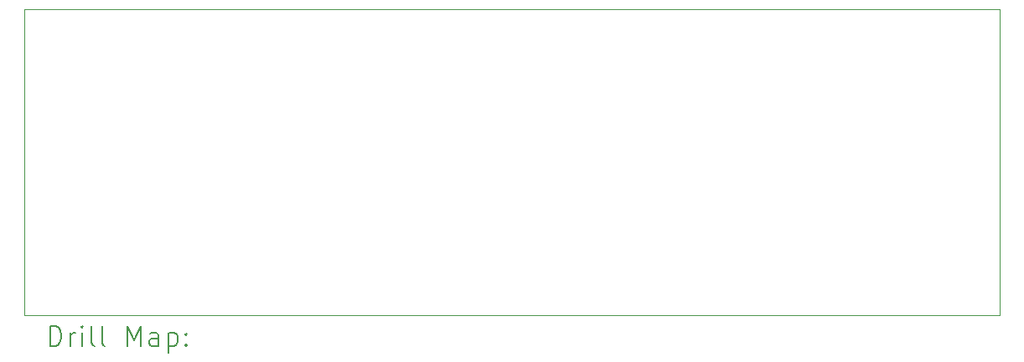
<source format=gbr>
%TF.GenerationSoftware,KiCad,Pcbnew,9.0.2-9.0.2-0~ubuntu22.04.1*%
%TF.CreationDate,2025-07-06T23:18:42+01:00*%
%TF.ProjectId,ggroohauga-bridge,6767726f-6f68-4617-9567-612d62726964,rev?*%
%TF.SameCoordinates,Original*%
%TF.FileFunction,Drillmap*%
%TF.FilePolarity,Positive*%
%FSLAX45Y45*%
G04 Gerber Fmt 4.5, Leading zero omitted, Abs format (unit mm)*
G04 Created by KiCad (PCBNEW 9.0.2-9.0.2-0~ubuntu22.04.1) date 2025-07-06 23:18:42*
%MOMM*%
%LPD*%
G01*
G04 APERTURE LIST*
%ADD10C,0.025400*%
%ADD11C,0.200000*%
G04 APERTURE END LIST*
D10*
X5387340Y-5048920D02*
X15237340Y-5048920D01*
X15237340Y-8148920D01*
X5387340Y-8148920D01*
X5387340Y-5048920D01*
D11*
X5646847Y-8461674D02*
X5646847Y-8261674D01*
X5646847Y-8261674D02*
X5694466Y-8261674D01*
X5694466Y-8261674D02*
X5723037Y-8271198D01*
X5723037Y-8271198D02*
X5742085Y-8290245D01*
X5742085Y-8290245D02*
X5751609Y-8309293D01*
X5751609Y-8309293D02*
X5761132Y-8347388D01*
X5761132Y-8347388D02*
X5761132Y-8375959D01*
X5761132Y-8375959D02*
X5751609Y-8414055D01*
X5751609Y-8414055D02*
X5742085Y-8433102D01*
X5742085Y-8433102D02*
X5723037Y-8452150D01*
X5723037Y-8452150D02*
X5694466Y-8461674D01*
X5694466Y-8461674D02*
X5646847Y-8461674D01*
X5846847Y-8461674D02*
X5846847Y-8328340D01*
X5846847Y-8366436D02*
X5856371Y-8347388D01*
X5856371Y-8347388D02*
X5865894Y-8337864D01*
X5865894Y-8337864D02*
X5884942Y-8328340D01*
X5884942Y-8328340D02*
X5903990Y-8328340D01*
X5970656Y-8461674D02*
X5970656Y-8328340D01*
X5970656Y-8261674D02*
X5961132Y-8271198D01*
X5961132Y-8271198D02*
X5970656Y-8280721D01*
X5970656Y-8280721D02*
X5980180Y-8271198D01*
X5980180Y-8271198D02*
X5970656Y-8261674D01*
X5970656Y-8261674D02*
X5970656Y-8280721D01*
X6094466Y-8461674D02*
X6075418Y-8452150D01*
X6075418Y-8452150D02*
X6065894Y-8433102D01*
X6065894Y-8433102D02*
X6065894Y-8261674D01*
X6199228Y-8461674D02*
X6180180Y-8452150D01*
X6180180Y-8452150D02*
X6170656Y-8433102D01*
X6170656Y-8433102D02*
X6170656Y-8261674D01*
X6427799Y-8461674D02*
X6427799Y-8261674D01*
X6427799Y-8261674D02*
X6494466Y-8404531D01*
X6494466Y-8404531D02*
X6561132Y-8261674D01*
X6561132Y-8261674D02*
X6561132Y-8461674D01*
X6742085Y-8461674D02*
X6742085Y-8356912D01*
X6742085Y-8356912D02*
X6732561Y-8337864D01*
X6732561Y-8337864D02*
X6713513Y-8328340D01*
X6713513Y-8328340D02*
X6675418Y-8328340D01*
X6675418Y-8328340D02*
X6656371Y-8337864D01*
X6742085Y-8452150D02*
X6723037Y-8461674D01*
X6723037Y-8461674D02*
X6675418Y-8461674D01*
X6675418Y-8461674D02*
X6656371Y-8452150D01*
X6656371Y-8452150D02*
X6646847Y-8433102D01*
X6646847Y-8433102D02*
X6646847Y-8414055D01*
X6646847Y-8414055D02*
X6656371Y-8395007D01*
X6656371Y-8395007D02*
X6675418Y-8385483D01*
X6675418Y-8385483D02*
X6723037Y-8385483D01*
X6723037Y-8385483D02*
X6742085Y-8375959D01*
X6837323Y-8328340D02*
X6837323Y-8528340D01*
X6837323Y-8337864D02*
X6856371Y-8328340D01*
X6856371Y-8328340D02*
X6894466Y-8328340D01*
X6894466Y-8328340D02*
X6913513Y-8337864D01*
X6913513Y-8337864D02*
X6923037Y-8347388D01*
X6923037Y-8347388D02*
X6932561Y-8366436D01*
X6932561Y-8366436D02*
X6932561Y-8423579D01*
X6932561Y-8423579D02*
X6923037Y-8442626D01*
X6923037Y-8442626D02*
X6913513Y-8452150D01*
X6913513Y-8452150D02*
X6894466Y-8461674D01*
X6894466Y-8461674D02*
X6856371Y-8461674D01*
X6856371Y-8461674D02*
X6837323Y-8452150D01*
X7018275Y-8442626D02*
X7027799Y-8452150D01*
X7027799Y-8452150D02*
X7018275Y-8461674D01*
X7018275Y-8461674D02*
X7008752Y-8452150D01*
X7008752Y-8452150D02*
X7018275Y-8442626D01*
X7018275Y-8442626D02*
X7018275Y-8461674D01*
X7018275Y-8337864D02*
X7027799Y-8347388D01*
X7027799Y-8347388D02*
X7018275Y-8356912D01*
X7018275Y-8356912D02*
X7008752Y-8347388D01*
X7008752Y-8347388D02*
X7018275Y-8337864D01*
X7018275Y-8337864D02*
X7018275Y-8356912D01*
M02*

</source>
